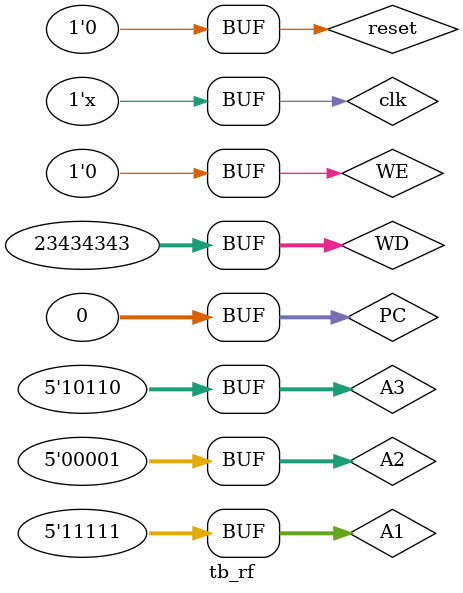
<source format=v>
`timescale 1ns / 1ps


module tb_rf;

	// Inputs
	reg [4:0] A1;
	reg [4:0] A2;
	reg [4:0] A3;
	reg [31:0] WD;
	reg [31:0] PC;
	reg reset;
	reg WE;
	reg clk;

	// Outputs
	wire [31:0] RD1;
	wire [31:0] RD2;

	// Instantiate the Unit Under Test (UUT)
	RF uut (
		.A1(A1), 
		.A2(A2), 
		.A3(A3), 
		.WD(WD), 
		.PC(PC), 
		.reset(reset), 
		.WE(WE), 
		.clk(clk), 
		.RD1(RD1), 
		.RD2(RD2)
	);
	always #5 clk = ~clk;
	initial begin
		// Initialize Inputs
		A1 = 0;
		A2 = 0;
		A3 = 0;
		WD = 0;
		PC = 0;
		reset = 0;
		WE = 0;
		clk = 0;

		// Wait 100 ns for global reset to finish
		#10;
		WE = 1;
		A3 = 1;
		WD = 65533;
		#10;
		A3 = 31;
		WD = 99988;
		#10;
		A3 = 0;
		WD = 3278888;
		#10;
		A3 = 2;
		WD = 23434343;
		A1 = 0;
		A2 = 3;
		#10;
		WE = 0;
		A1 = 31;
		A2 = 1;
      A3 = 22;
		// Add stimulus here

	end
      
endmodule


</source>
